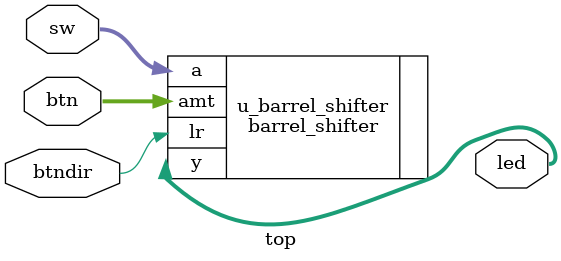
<source format=sv>
module top
    (
        input   logic [7:0] sw,
        input   logic [3:0] btn,
        input   logic btndir,
        output  logic [7:0] led
    );

    barrel_shifter u_barrel_shifter
        (.a(sw), .amt(btn), .lr(btndir), .y(led));


endmodule

</source>
